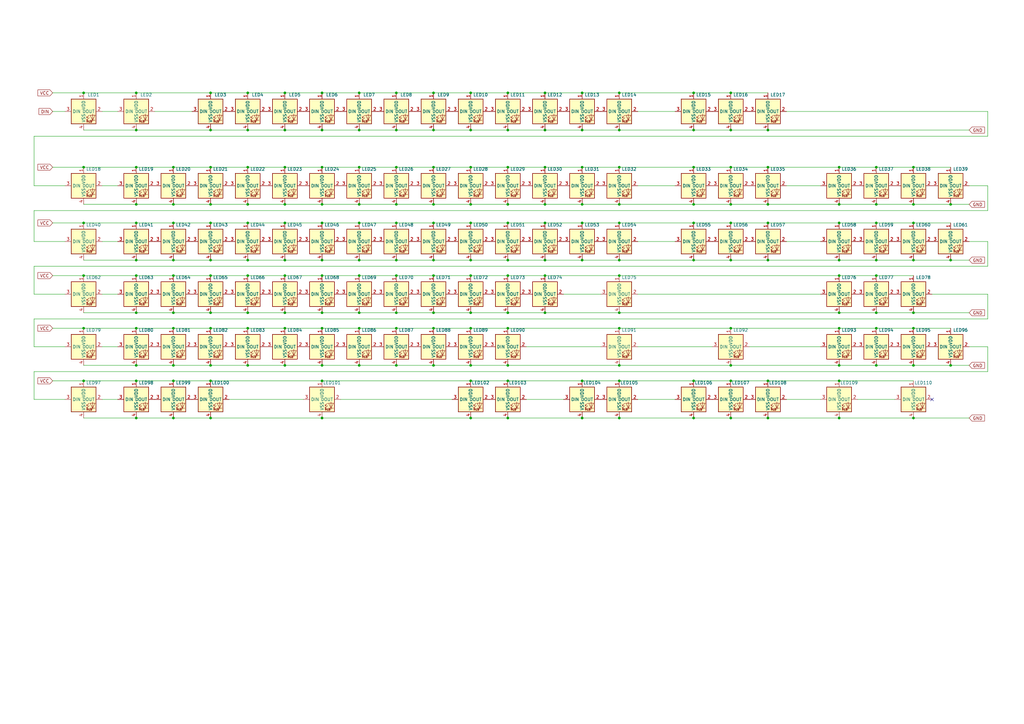
<source format=kicad_sch>
(kicad_sch (version 20231120) (generator "eeschema") (generator_version "8.0")
  (paper "A3")
  (junction (at 314.96 171.45))
  (junction (at 299.72 68.58))
  (junction (at 162.56 68.58))
  (junction (at 132.08 83.82))
  (junction (at 71.12 68.58))
  (junction (at 374.65 106.68))
  (junction (at 374.65 128.27))
  (junction (at 344.17 83.82))
  (junction (at 254 38.1))
  (junction (at 284.48 171.45))
  (junction (at 86.36 156.21))
  (junction (at 71.12 83.82))
  (junction (at 177.8 106.68))
  (junction (at 34.29 134.62))
  (junction (at 299.72 53.34))
  (junction (at 147.32 68.58))
  (junction (at 238.76 156.21))
  (junction (at 101.6 113.03))
  (junction (at 193.04 113.03))
  (junction (at 223.52 128.27))
  (junction (at 55.88 113.03))
  (junction (at 314.96 83.82))
  (junction (at 193.04 53.34))
  (junction (at 193.04 68.58))
  (junction (at 55.88 83.82))
  (junction (at 55.88 38.1))
  (junction (at 55.88 128.27))
  (junction (at 284.48 53.34))
  (junction (at 132.08 91.44))
  (junction (at 71.12 134.62))
  (junction (at 55.88 134.62))
  (junction (at 254 113.03))
  (junction (at 132.08 38.1))
  (junction (at 116.84 68.58))
  (junction (at 208.28 38.1))
  (junction (at 193.04 106.68))
  (junction (at 344.17 113.03))
  (junction (at 344.17 91.44))
  (junction (at 344.17 149.86))
  (junction (at 208.28 149.86))
  (junction (at 34.29 91.44))
  (junction (at 147.32 38.1))
  (junction (at 238.76 83.82))
  (junction (at 254 156.21))
  (junction (at 359.41 113.03))
  (junction (at 162.56 53.34))
  (junction (at 55.88 156.21))
  (junction (at 223.52 83.82))
  (junction (at 86.36 134.62))
  (junction (at 284.48 68.58))
  (junction (at 299.72 83.82))
  (junction (at 208.28 68.58))
  (junction (at 223.52 91.44))
  (junction (at 86.36 91.44))
  (junction (at 55.88 149.86))
  (junction (at 86.36 113.03))
  (junction (at 177.8 83.82))
  (junction (at 71.12 149.86))
  (junction (at 86.36 68.58))
  (junction (at 254 83.82))
  (junction (at 116.84 128.27))
  (junction (at 344.17 134.62))
  (junction (at 132.08 134.62))
  (junction (at 147.32 128.27))
  (junction (at 132.08 156.21))
  (junction (at 208.28 156.21))
  (junction (at 314.96 156.21))
  (junction (at 389.89 83.82))
  (junction (at 147.32 91.44))
  (junction (at 359.41 106.68))
  (junction (at 55.88 91.44))
  (junction (at 344.17 128.27))
  (junction (at 34.29 68.58))
  (junction (at 116.84 134.62))
  (junction (at 101.6 134.62))
  (junction (at 132.08 113.03))
  (junction (at 254 106.68))
  (junction (at 254 134.62))
  (junction (at 223.52 113.03))
  (junction (at 344.17 156.21))
  (junction (at 193.04 156.21))
  (junction (at 374.65 68.58))
  (junction (at 238.76 68.58))
  (junction (at 132.08 68.58))
  (junction (at 34.29 38.1))
  (junction (at 389.89 106.68))
  (junction (at 193.04 171.45))
  (junction (at 238.76 171.45))
  (junction (at 223.52 68.58))
  (junction (at 177.8 91.44))
  (junction (at 147.32 106.68))
  (junction (at 299.72 156.21))
  (junction (at 208.28 83.82))
  (junction (at 116.84 106.68))
  (junction (at 147.32 113.03))
  (junction (at 101.6 38.1))
  (junction (at 238.76 53.34))
  (junction (at 55.88 171.45))
  (junction (at 374.65 83.82))
  (junction (at 132.08 53.34))
  (junction (at 208.28 91.44))
  (junction (at 254 91.44))
  (junction (at 344.17 106.68))
  (junction (at 177.8 113.03))
  (junction (at 284.48 38.1))
  (junction (at 86.36 128.27))
  (junction (at 374.65 134.62))
  (junction (at 208.28 134.62))
  (junction (at 177.8 134.62))
  (junction (at 299.72 106.68))
  (junction (at 359.41 128.27))
  (junction (at 284.48 83.82))
  (junction (at 238.76 91.44))
  (junction (at 86.36 149.86))
  (junction (at 254 68.58))
  (junction (at 344.17 171.45))
  (junction (at 284.48 156.21))
  (junction (at 132.08 171.45))
  (junction (at 71.12 171.45))
  (junction (at 389.89 149.86))
  (junction (at 101.6 68.58))
  (junction (at 193.04 134.62))
  (junction (at 177.8 38.1))
  (junction (at 101.6 83.82))
  (junction (at 208.28 53.34))
  (junction (at 116.84 91.44))
  (junction (at 314.96 91.44))
  (junction (at 254 171.45))
  (junction (at 299.72 134.62))
  (junction (at 177.8 68.58))
  (junction (at 299.72 171.45))
  (junction (at 71.12 106.68))
  (junction (at 314.96 106.68))
  (junction (at 359.41 134.62))
  (junction (at 162.56 113.03))
  (junction (at 299.72 38.1))
  (junction (at 314.96 53.34))
  (junction (at 34.29 156.21))
  (junction (at 132.08 128.27))
  (junction (at 162.56 38.1))
  (junction (at 254 149.86))
  (junction (at 238.76 38.1))
  (junction (at 223.52 106.68))
  (junction (at 86.36 171.45))
  (junction (at 132.08 149.86))
  (junction (at 193.04 38.1))
  (junction (at 359.41 68.58))
  (junction (at 254 128.27))
  (junction (at 162.56 149.86))
  (junction (at 284.48 106.68))
  (junction (at 162.56 83.82))
  (junction (at 147.32 134.62))
  (junction (at 55.88 53.34))
  (junction (at 193.04 83.82))
  (junction (at 86.36 83.82))
  (junction (at 359.41 91.44))
  (junction (at 193.04 91.44))
  (junction (at 223.52 53.34))
  (junction (at 86.36 106.68))
  (junction (at 162.56 134.62))
  (junction (at 254 53.34))
  (junction (at 208.28 106.68))
  (junction (at 71.12 91.44))
  (junction (at 208.28 113.03))
  (junction (at 101.6 106.68))
  (junction (at 208.28 128.27))
  (junction (at 116.84 149.86))
  (junction (at 299.72 91.44))
  (junction (at 359.41 83.82))
  (junction (at 55.88 68.58))
  (junction (at 101.6 91.44))
  (junction (at 55.88 106.68))
  (junction (at 116.84 53.34))
  (junction (at 177.8 149.86))
  (junction (at 374.65 171.45))
  (junction (at 314.96 68.58))
  (junction (at 101.6 128.27))
  (junction (at 374.65 91.44))
  (junction (at 223.52 38.1))
  (junction (at 162.56 128.27))
  (junction (at 116.84 83.82))
  (junction (at 177.8 53.34))
  (junction (at 116.84 113.03))
  (junction (at 132.08 106.68))
  (junction (at 359.41 149.86))
  (junction (at 193.04 149.86))
  (junction (at 344.17 68.58))
  (junction (at 86.36 38.1))
  (junction (at 374.65 149.86))
  (junction (at 101.6 149.86))
  (junction (at 71.12 113.03))
  (junction (at 299.72 149.86))
  (junction (at 147.32 53.34))
  (junction (at 147.32 83.82))
  (junction (at 34.29 113.03))
  (junction (at 86.36 53.34))
  (junction (at 71.12 128.27))
  (junction (at 284.48 91.44))
  (junction (at 238.76 106.68))
  (junction (at 71.12 156.21))
  (junction (at 162.56 91.44))
  (junction (at 101.6 53.34))
  (junction (at 116.84 38.1))
  (junction (at 208.28 171.45))
  (junction (at 162.56 106.68))
  (junction (at 193.04 128.27))
  (junction (at 147.32 149.86))
  (junction (at 177.8 128.27))
  (no_connect (at 382.27 163.83))
  (wire (pts (xy 405.13 152.4) (xy 13.97 152.4)))
  (wire (pts (xy 132.08 149.86) (xy 147.32 149.86)))
  (wire (pts (xy 48.26 76.2) (xy 41.91 76.2)))
  (wire (pts (xy 86.36 134.62) (xy 101.6 134.62)))
  (wire (pts (xy 55.88 91.44) (xy 71.12 91.44)))
  (wire (pts (xy 34.29 106.68) (xy 55.88 106.68)))
  (wire (pts (xy 208.28 38.1) (xy 223.52 38.1)))
  (wire (pts (xy 147.32 83.82) (xy 162.56 83.82)))
  (wire (pts (xy 48.26 120.65) (xy 41.91 120.65)))
  (wire (pts (xy 215.9 163.83) (xy 231.14 163.83)))
  (wire (pts (xy 359.41 128.27) (xy 374.65 128.27)))
  (wire (pts (xy 254 113.03) (xy 344.17 113.03)))
  (wire (pts (xy 147.32 149.86) (xy 162.56 149.86)))
  (wire (pts (xy 238.76 156.21) (xy 254 156.21)))
  (wire (pts (xy 101.6 128.27) (xy 116.84 128.27)))
  (wire (pts (xy 124.46 163.83) (xy 93.98 163.83)))
  (wire (pts (xy 101.6 53.34) (xy 116.84 53.34)))
  (wire (pts (xy 177.8 68.58) (xy 193.04 68.58)))
  (wire (pts (xy 193.04 106.68) (xy 208.28 106.68)))
  (wire (pts (xy 193.04 156.21) (xy 208.28 156.21)))
  (wire (pts (xy 299.72 134.62) (xy 344.17 134.62)))
  (wire (pts (xy 116.84 106.68) (xy 132.08 106.68)))
  (wire (pts (xy 13.97 120.65) (xy 26.67 120.65)))
  (wire (pts (xy 34.29 113.03) (xy 55.88 113.03)))
  (wire (pts (xy 405.13 130.81) (xy 13.97 130.81)))
  (wire (pts (xy 193.04 68.58) (xy 208.28 68.58)))
  (wire (pts (xy 223.52 38.1) (xy 238.76 38.1)))
  (wire (pts (xy 21.59 113.03) (xy 34.29 113.03)))
  (wire (pts (xy 86.36 113.03) (xy 101.6 113.03)))
  (wire (pts (xy 238.76 68.58) (xy 254 68.58)))
  (wire (pts (xy 55.88 134.62) (xy 71.12 134.62)))
  (wire (pts (xy 48.26 163.83) (xy 41.91 163.83)))
  (wire (pts (xy 177.8 113.03) (xy 193.04 113.03)))
  (wire (pts (xy 193.04 38.1) (xy 208.28 38.1)))
  (wire (pts (xy 147.32 134.62) (xy 162.56 134.62)))
  (wire (pts (xy 299.72 53.34) (xy 314.96 53.34)))
  (wire (pts (xy 254 38.1) (xy 284.48 38.1)))
  (wire (pts (xy 351.79 163.83) (xy 367.03 163.83)))
  (wire (pts (xy 55.88 68.58) (xy 71.12 68.58)))
  (wire (pts (xy 193.04 149.86) (xy 208.28 149.86)))
  (wire (pts (xy 344.17 128.27) (xy 359.41 128.27)))
  (wire (pts (xy 48.26 45.72) (xy 41.91 45.72)))
  (wire (pts (xy 299.72 38.1) (xy 314.96 38.1)))
  (wire (pts (xy 223.52 53.34) (xy 238.76 53.34)))
  (wire (pts (xy 21.59 134.62) (xy 34.29 134.62)))
  (wire (pts (xy 238.76 171.45) (xy 254 171.45)))
  (wire (pts (xy 208.28 128.27) (xy 223.52 128.27)))
  (wire (pts (xy 284.48 83.82) (xy 299.72 83.82)))
  (wire (pts (xy 34.29 171.45) (xy 55.88 171.45)))
  (wire (pts (xy 132.08 113.03) (xy 147.32 113.03)))
  (wire (pts (xy 254 83.82) (xy 284.48 83.82)))
  (wire (pts (xy 254 106.68) (xy 284.48 106.68)))
  (wire (pts (xy 71.12 68.58) (xy 86.36 68.58)))
  (wire (pts (xy 147.32 113.03) (xy 162.56 113.03)))
  (wire (pts (xy 177.8 149.86) (xy 193.04 149.86)))
  (wire (pts (xy 177.8 83.82) (xy 193.04 83.82)))
  (wire (pts (xy 344.17 106.68) (xy 359.41 106.68)))
  (wire (pts (xy 147.32 128.27) (xy 162.56 128.27)))
  (wire (pts (xy 162.56 128.27) (xy 177.8 128.27)))
  (wire (pts (xy 71.12 134.62) (xy 86.36 134.62)))
  (wire (pts (xy 101.6 134.62) (xy 116.84 134.62)))
  (wire (pts (xy 71.12 149.86) (xy 86.36 149.86)))
  (wire (pts (xy 314.96 106.68) (xy 344.17 106.68)))
  (wire (pts (xy 359.41 91.44) (xy 374.65 91.44)))
  (wire (pts (xy 147.32 53.34) (xy 162.56 53.34)))
  (wire (pts (xy 116.84 113.03) (xy 132.08 113.03)))
  (wire (pts (xy 336.55 120.65) (xy 261.62 120.65)))
  (wire (pts (xy 374.65 91.44) (xy 389.89 91.44)))
  (wire (pts (xy 101.6 113.03) (xy 116.84 113.03)))
  (wire (pts (xy 299.72 68.58) (xy 314.96 68.58)))
  (wire (pts (xy 34.29 149.86) (xy 55.88 149.86)))
  (wire (pts (xy 34.29 134.62) (xy 55.88 134.62)))
  (wire (pts (xy 336.55 76.2) (xy 322.58 76.2)))
  (wire (pts (xy 344.17 91.44) (xy 359.41 91.44)))
  (wire (pts (xy 359.41 113.03) (xy 374.65 113.03)))
  (wire (pts (xy 389.89 149.86) (xy 397.51 149.86)))
  (wire (pts (xy 101.6 149.86) (xy 116.84 149.86)))
  (wire (pts (xy 284.48 91.44) (xy 299.72 91.44)))
  (wire (pts (xy 71.12 156.21) (xy 86.36 156.21)))
  (wire (pts (xy 71.12 171.45) (xy 86.36 171.45)))
  (wire (pts (xy 21.59 156.21) (xy 34.29 156.21)))
  (wire (pts (xy 359.41 83.82) (xy 374.65 83.82)))
  (wire (pts (xy 86.36 149.86) (xy 101.6 149.86)))
  (wire (pts (xy 344.17 68.58) (xy 359.41 68.58)))
  (wire (pts (xy 314.96 68.58) (xy 344.17 68.58)))
  (wire (pts (xy 193.04 53.34) (xy 208.28 53.34)))
  (wire (pts (xy 254 134.62) (xy 299.72 134.62)))
  (wire (pts (xy 132.08 156.21) (xy 193.04 156.21)))
  (wire (pts (xy 162.56 113.03) (xy 177.8 113.03)))
  (wire (pts (xy 208.28 91.44) (xy 223.52 91.44)))
  (wire (pts (xy 389.89 106.68) (xy 397.51 106.68)))
  (wire (pts (xy 299.72 91.44) (xy 314.96 91.44)))
  (wire (pts (xy 71.12 128.27) (xy 86.36 128.27)))
  (wire (pts (xy 314.96 83.82) (xy 344.17 83.82)))
  (wire (pts (xy 322.58 45.72) (xy 405.13 45.72)))
  (wire (pts (xy 284.48 171.45) (xy 299.72 171.45)))
  (wire (pts (xy 223.52 83.82) (xy 238.76 83.82)))
  (wire (pts (xy 223.52 113.03) (xy 254 113.03)))
  (wire (pts (xy 55.88 106.68) (xy 71.12 106.68)))
  (wire (pts (xy 86.36 38.1) (xy 101.6 38.1)))
  (wire (pts (xy 162.56 134.62) (xy 177.8 134.62)))
  (wire (pts (xy 276.86 76.2) (xy 261.62 76.2)))
  (wire (pts (xy 405.13 142.24) (xy 405.13 152.4)))
  (wire (pts (xy 374.65 134.62) (xy 389.89 134.62)))
  (wire (pts (xy 193.04 113.03) (xy 208.28 113.03)))
  (wire (pts (xy 254 171.45) (xy 284.48 171.45)))
  (wire (pts (xy 261.62 142.24) (xy 292.1 142.24)))
  (wire (pts (xy 177.8 38.1) (xy 193.04 38.1)))
  (wire (pts (xy 21.59 38.1) (xy 34.29 38.1)))
  (wire (pts (xy 177.8 128.27) (xy 193.04 128.27)))
  (wire (pts (xy 193.04 128.27) (xy 208.28 128.27)))
  (wire (pts (xy 374.65 68.58) (xy 389.89 68.58)))
  (wire (pts (xy 405.13 55.88) (xy 13.97 55.88)))
  (wire (pts (xy 246.38 142.24) (xy 215.9 142.24)))
  (wire (pts (xy 101.6 83.82) (xy 116.84 83.82)))
  (wire (pts (xy 344.17 156.21) (xy 374.65 156.21)))
  (wire (pts (xy 374.65 171.45) (xy 397.51 171.45)))
  (wire (pts (xy 101.6 68.58) (xy 116.84 68.58)))
  (wire (pts (xy 55.88 156.21) (xy 71.12 156.21)))
  (wire (pts (xy 254 53.34) (xy 284.48 53.34)))
  (wire (pts (xy 86.36 83.82) (xy 101.6 83.82)))
  (wire (pts (xy 405.13 120.65) (xy 405.13 130.81)))
  (wire (pts (xy 132.08 106.68) (xy 147.32 106.68)))
  (wire (pts (xy 48.26 142.24) (xy 41.91 142.24)))
  (wire (pts (xy 208.28 106.68) (xy 223.52 106.68)))
  (wire (pts (xy 162.56 106.68) (xy 177.8 106.68)))
  (wire (pts (xy 314.96 53.34) (xy 397.51 53.34)))
  (wire (pts (xy 132.08 128.27) (xy 147.32 128.27)))
  (wire (pts (xy 397.51 76.2) (xy 405.13 76.2)))
  (wire (pts (xy 132.08 53.34) (xy 147.32 53.34)))
  (wire (pts (xy 162.56 68.58) (xy 177.8 68.58)))
  (wire (pts (xy 336.55 163.83) (xy 322.58 163.83)))
  (wire (pts (xy 208.28 149.86) (xy 254 149.86)))
  (wire (pts (xy 223.52 128.27) (xy 254 128.27)))
  (wire (pts (xy 162.56 149.86) (xy 177.8 149.86)))
  (wire (pts (xy 359.41 68.58) (xy 374.65 68.58)))
  (wire (pts (xy 101.6 91.44) (xy 116.84 91.44)))
  (wire (pts (xy 238.76 91.44) (xy 254 91.44)))
  (wire (pts (xy 223.52 68.58) (xy 238.76 68.58)))
  (wire (pts (xy 55.88 149.86) (xy 71.12 149.86)))
  (wire (pts (xy 299.72 106.68) (xy 314.96 106.68)))
  (wire (pts (xy 336.55 142.24) (xy 307.34 142.24)))
  (wire (pts (xy 359.41 149.86) (xy 374.65 149.86)))
  (wire (pts (xy 116.84 91.44) (xy 132.08 91.44)))
  (wire (pts (xy 147.32 91.44) (xy 162.56 91.44)))
  (wire (pts (xy 223.52 106.68) (xy 238.76 106.68)))
  (wire (pts (xy 389.89 83.82) (xy 397.51 83.82)))
  (wire (pts (xy 193.04 83.82) (xy 208.28 83.82)))
  (wire (pts (xy 71.12 106.68) (xy 86.36 106.68)))
  (wire (pts (xy 374.65 106.68) (xy 389.89 106.68)))
  (wire (pts (xy 139.7 163.83) (xy 185.42 163.83)))
  (wire (pts (xy 246.38 120.65) (xy 231.14 120.65)))
  (wire (pts (xy 238.76 38.1) (xy 254 38.1)))
  (wire (pts (xy 34.29 83.82) (xy 55.88 83.82)))
  (wire (pts (xy 55.88 53.34) (xy 86.36 53.34)))
  (wire (pts (xy 284.48 38.1) (xy 299.72 38.1)))
  (wire (pts (xy 86.36 156.21) (xy 132.08 156.21)))
  (wire (pts (xy 55.88 38.1) (xy 86.36 38.1)))
  (wire (pts (xy 344.17 113.03) (xy 359.41 113.03)))
  (wire (pts (xy 276.86 99.06) (xy 261.62 99.06)))
  (wire (pts (xy 405.13 109.22) (xy 13.97 109.22)))
  (wire (pts (xy 34.29 53.34) (xy 55.88 53.34)))
  (wire (pts (xy 238.76 106.68) (xy 254 106.68)))
  (wire (pts (xy 86.36 68.58) (xy 101.6 68.58)))
  (wire (pts (xy 314.96 171.45) (xy 344.17 171.45)))
  (wire (pts (xy 13.97 142.24) (xy 26.67 142.24)))
  (wire (pts (xy 254 91.44) (xy 284.48 91.44)))
  (wire (pts (xy 48.26 99.06) (xy 41.91 99.06)))
  (wire (pts (xy 21.59 68.58) (xy 34.29 68.58)))
  (wire (pts (xy 162.56 91.44) (xy 177.8 91.44)))
  (wire (pts (xy 86.36 53.34) (xy 101.6 53.34)))
  (wire (pts (xy 147.32 106.68) (xy 162.56 106.68)))
  (wire (pts (xy 13.97 86.36) (xy 13.97 99.06)))
  (wire (pts (xy 276.86 45.72) (xy 261.62 45.72)))
  (wire (pts (xy 86.36 128.27) (xy 101.6 128.27)))
  (wire (pts (xy 284.48 53.34) (xy 299.72 53.34)))
  (wire (pts (xy 116.84 53.34) (xy 132.08 53.34)))
  (wire (pts (xy 193.04 134.62) (xy 208.28 134.62)))
  (wire (pts (xy 284.48 106.68) (xy 299.72 106.68)))
  (wire (pts (xy 397.51 99.06) (xy 405.13 99.06)))
  (wire (pts (xy 314.96 91.44) (xy 344.17 91.44)))
  (wire (pts (xy 78.74 45.72) (xy 63.5 45.72)))
  (wire (pts (xy 254 68.58) (xy 284.48 68.58)))
  (wire (pts (xy 208.28 134.62) (xy 254 134.62)))
  (wire (pts (xy 254 156.21) (xy 284.48 156.21)))
  (wire (pts (xy 177.8 53.34) (xy 193.04 53.34)))
  (wire (pts (xy 193.04 171.45) (xy 208.28 171.45)))
  (wire (pts (xy 86.36 171.45) (xy 132.08 171.45)))
  (wire (pts (xy 34.29 156.21) (xy 55.88 156.21)))
  (wire (pts (xy 86.36 106.68) (xy 101.6 106.68)))
  (wire (pts (xy 132.08 171.45) (xy 193.04 171.45)))
  (wire (pts (xy 177.8 106.68) (xy 193.04 106.68)))
  (wire (pts (xy 299.72 156.21) (xy 314.96 156.21)))
  (wire (pts (xy 177.8 134.62) (xy 193.04 134.62)))
  (wire (pts (xy 34.29 38.1) (xy 55.88 38.1)))
  (wire (pts (xy 374.65 83.82) (xy 389.89 83.82)))
  (wire (pts (xy 101.6 106.68) (xy 116.84 106.68)))
  (wire (pts (xy 162.56 53.34) (xy 177.8 53.34)))
  (wire (pts (xy 71.12 113.03) (xy 86.36 113.03)))
  (wire (pts (xy 314.96 156.21) (xy 344.17 156.21)))
  (wire (pts (xy 101.6 38.1) (xy 116.84 38.1)))
  (wire (pts (xy 374.65 149.86) (xy 389.89 149.86)))
  (wire (pts (xy 405.13 86.36) (xy 13.97 86.36)))
  (wire (pts (xy 299.72 149.86) (xy 344.17 149.86)))
  (wire (pts (xy 208.28 113.03) (xy 223.52 113.03)))
  (wire (pts (xy 208.28 156.21) (xy 238.76 156.21)))
  (wire (pts (xy 116.84 128.27) (xy 132.08 128.27)))
  (wire (pts (xy 116.84 149.86) (xy 132.08 149.86)))
  (wire (pts (xy 132.08 91.44) (xy 147.32 91.44)))
  (wire (pts (xy 177.8 91.44) (xy 193.04 91.44)))
  (wire (pts (xy 13.97 76.2) (xy 26.67 76.2)))
  (wire (pts (xy 254 128.27) (xy 344.17 128.27)))
  (wire (pts (xy 132.08 68.58) (xy 147.32 68.58)))
  (wire (pts (xy 344.17 171.45) (xy 374.65 171.45)))
  (wire (pts (xy 71.12 83.82) (xy 86.36 83.82)))
  (wire (pts (xy 13.97 152.4) (xy 13.97 163.83)))
  (wire (pts (xy 405.13 99.06) (xy 405.13 109.22)))
  (wire (pts (xy 86.36 91.44) (xy 101.6 91.44)))
  (wire (pts (xy 208.28 53.34) (xy 223.52 53.34)))
  (wire (pts (xy 13.97 55.88) (xy 13.97 76.2)))
  (wire (pts (xy 34.29 128.27) (xy 55.88 128.27)))
  (wire (pts (xy 147.32 38.1) (xy 162.56 38.1)))
  (wire (pts (xy 13.97 109.22) (xy 13.97 120.65)))
  (wire (pts (xy 359.41 106.68) (xy 374.65 106.68)))
  (wire (pts (xy 405.13 76.2) (xy 405.13 86.36)))
  (wire (pts (xy 13.97 130.81) (xy 13.97 142.24)))
  (wire (pts (xy 55.88 128.27) (xy 71.12 128.27)))
  (wire (pts (xy 284.48 156.21) (xy 299.72 156.21)))
  (wire (pts (xy 162.56 38.1) (xy 177.8 38.1)))
  (wire (pts (xy 208.28 171.45) (xy 238.76 171.45)))
  (wire (pts (xy 147.32 68.58) (xy 162.56 68.58)))
  (wire (pts (xy 284.48 68.58) (xy 299.72 68.58)))
  (wire (pts (xy 223.52 91.44) (xy 238.76 91.44)))
  (wire (pts (xy 261.62 163.83) (xy 276.86 163.83)))
  (wire (pts (xy 397.51 142.24) (xy 405.13 142.24)))
  (wire (pts (xy 193.04 91.44) (xy 208.28 91.44)))
  (wire (pts (xy 55.88 171.45) (xy 71.12 171.45)))
  (wire (pts (xy 344.17 83.82) (xy 359.41 83.82)))
  (wire (pts (xy 132.08 38.1) (xy 147.32 38.1)))
  (wire (pts (xy 34.29 68.58) (xy 55.88 68.58)))
  (wire (pts (xy 34.29 91.44) (xy 55.88 91.44)))
  (wire (pts (xy 299.72 83.82) (xy 314.96 83.82)))
  (wire (pts (xy 405.13 45.72) (xy 405.13 55.88)))
  (wire (pts (xy 208.28 68.58) (xy 223.52 68.58)))
  (wire (pts (xy 162.56 83.82) (xy 177.8 83.82)))
  (wire (pts (xy 238.76 53.34) (xy 254 53.34)))
  (wire (pts (xy 336.55 99.06) (xy 322.58 99.06)))
  (wire (pts (xy 254 149.86) (xy 299.72 149.86)))
  (wire (pts (xy 116.84 38.1) (xy 132.08 38.1)))
  (wire (pts (xy 55.88 113.03) (xy 71.12 113.03)))
  (wire (pts (xy 116.84 83.82) (xy 132.08 83.82)))
  (wire (pts (xy 13.97 99.06) (xy 26.67 99.06)))
  (wire (pts (xy 299.72 171.45) (xy 314.96 171.45)))
  (wire (pts (xy 344.17 149.86) (xy 359.41 149.86)))
  (wire (pts (xy 55.88 83.82) (xy 71.12 83.82)))
  (wire (pts (xy 382.27 120.65) (xy 405.13 120.65)))
  (wire (pts (xy 116.84 134.62) (xy 132.08 134.62)))
  (wire (pts (xy 21.59 45.72) (xy 26.67 45.72)))
  (wire (pts (xy 13.97 163.83) (xy 26.67 163.83)))
  (wire (pts (xy 116.84 68.58) (xy 132.08 68.58)))
  (wire (pts (xy 374.65 128.27) (xy 397.51 128.27)))
  (wire (pts (xy 238.76 83.82) (xy 254 83.82)))
  (wire (pts (xy 208.28 83.82) (xy 223.52 83.82)))
  (wire (pts (xy 132.08 83.82) (xy 147.32 83.82)))
  (wire (pts (xy 359.41 134.62) (xy 374.65 134.62)))
  (wire (pts (xy 132.08 134.62) (xy 147.32 134.62)))
  (wire (pts (xy 21.59 91.44) (xy 34.29 91.44)))
  (wire (pts (xy 344.17 134.62) (xy 359.41 134.62)))
  (wire (pts (xy 71.12 91.44) (xy 86.36 91.44)))
  (global_label "VCC" (shape input) (at 21.59 38.1 180) (property "Intersheetrefs" "${INTERSHEET_REFS}" (effects (hide yes))))
  (global_label "GND" (shape input) (at 397.51 106.68 0) (property "Intersheetrefs" "${INTERSHEET_REFS}" (effects (hide yes))))
  (global_label "GND" (shape input) (at 397.51 149.86 0) (property "Intersheetrefs" "${INTERSHEET_REFS}" (effects (hide yes))))
  (global_label "GND" (shape input) (at 397.51 83.82 0) (property "Intersheetrefs" "${INTERSHEET_REFS}" (effects (hide yes))))
  (global_label "VCC" (shape input) (at 21.59 156.21 180) (property "Intersheetrefs" "${INTERSHEET_REFS}" (effects (hide yes))))
  (global_label "VCC" (shape input) (at 21.59 68.58 180) (property "Intersheetrefs" "${INTERSHEET_REFS}" (effects (hide yes))))
  (global_label "VCC" (shape input) (at 21.59 113.03 180) (property "Intersheetrefs" "${INTERSHEET_REFS}" (effects (hide yes))))
  (global_label "DIN" (shape input) (at 21.59 45.72 180) (property "Intersheetrefs" "${INTERSHEET_REFS}" (effects (hide yes))))
  (global_label "GND" (shape input) (at 397.51 171.45 0) (property "Intersheetrefs" "${INTERSHEET_REFS}" (effects (hide yes))))
  (global_label "GND" (shape input) (at 397.51 128.27 0) (property "Intersheetrefs" "${INTERSHEET_REFS}" (effects (hide yes))))
  (global_label "VCC" (shape input) (at 21.59 134.62 180) (property "Intersheetrefs" "${INTERSHEET_REFS}" (effects (hide yes))))
  (global_label "VCC" (shape input) (at 21.59 91.44 180) (property "Intersheetrefs" "${INTERSHEET_REFS}" (effects (hide yes))))
  (global_label "GND" (shape input) (at 397.51 53.34 0) (property "Intersheetrefs" "${INTERSHEET_REFS}" (effects (hide yes))))
  (symbol (lib_id "PCM_marbastlib-mx:MX_SK6812MINI-E") (at 314.96 45.72 0) (unit 1)
    (property "Reference" "LED17" (at 319.024 38.862 0))
    (property "Value" "MX_SK6812MINI-E" (effects (hide yes)))
    (property "Footprint" "PCM_marbastlib-mx:LED_MX_6028R" (effects (hide yes)))
    (property "Description" "Reverse mount adressable LED (WS2812 protocol)" (effects (hide yes)))
  )
  (symbol (lib_id "PCM_marbastlib-mx:MX_SK6812MINI-E") (at 254 99.06 0) (unit 1)
    (property "Reference" "LED54" (at 258.064 92.202 0))
    (property "Value" "MX_SK6812MINI-E" (effects (hide yes)))
    (property "Footprint" "PCM_marbastlib-mx:LED_MX_6028R" (effects (hide yes)))
    (property "Description" "Reverse mount adressable LED (WS2812 protocol)" (effects (hide yes)))
  )
  (symbol (lib_id "PCM_marbastlib-mx:MX_SK6812MINI-E") (at 71.12 163.83 0) (unit 1)
    (property "Reference" "LED99" (at 75.184 156.972 0))
    (property "Value" "MX_SK6812MINI-E" (effects (hide yes)))
    (property "Footprint" "PCM_marbastlib-mx:LED_MX_6028R" (effects (hide yes)))
    (property "Description" "Reverse mount adressable LED (WS2812 protocol)" (effects (hide yes)))
  )
  (symbol (lib_id "PCM_marbastlib-mx:MX_SK6812MINI-E") (at 359.41 142.24 0) (unit 1)
    (property "Reference" "LED94" (at 363.474 135.382 0))
    (property "Value" "MX_SK6812MINI-E" (effects (hide yes)))
    (property "Footprint" "PCM_marbastlib-mx:LED_MX_6028R" (effects (hide yes)))
    (property "Description" "Reverse mount adressable LED (WS2812 protocol)" (effects (hide yes)))
  )
  (symbol (lib_id "PCM_marbastlib-mx:MX_SK6812MINI-E") (at 71.12 142.24 0) (unit 1)
    (property "Reference" "LED81" (at 75.184 135.382 0))
    (property "Value" "MX_SK6812MINI-E" (effects (hide yes)))
    (property "Footprint" "PCM_marbastlib-mx:LED_MX_6028R" (effects (hide yes)))
    (property "Description" "Reverse mount adressable LED (WS2812 protocol)" (effects (hide yes)))
  )
  (symbol (lib_id "PCM_marbastlib-mx:MX_SK6812MINI-E") (at 177.8 45.72 0) (unit 1)
    (property "Reference" "LED9" (at 181.864 38.862 0))
    (property "Value" "MX_SK6812MINI-E" (effects (hide yes)))
    (property "Footprint" "PCM_marbastlib-mx:LED_MX_6028R" (effects (hide yes)))
    (property "Description" "Reverse mount adressable LED (WS2812 protocol)" (effects (hide yes)))
  )
  (symbol (lib_id "PCM_marbastlib-mx:MX_SK6812MINI-E") (at 314.96 99.06 0) (unit 1)
    (property "Reference" "LED57" (at 319.024 92.202 0))
    (property "Value" "MX_SK6812MINI-E" (effects (hide yes)))
    (property "Footprint" "PCM_marbastlib-mx:LED_MX_6028R" (effects (hide yes)))
    (property "Description" "Reverse mount adressable LED (WS2812 protocol)" (effects (hide yes)))
  )
  (symbol (lib_id "PCM_marbastlib-mx:MX_SK6812MINI-E") (at 208.28 120.65 0) (unit 1)
    (property "Reference" "LED73" (at 212.344 113.792 0))
    (property "Value" "MX_SK6812MINI-E" (effects (hide yes)))
    (property "Footprint" "PCM_marbastlib-mx:LED_MX_6028R" (effects (hide yes)))
    (property "Description" "Reverse mount adressable LED (WS2812 protocol)" (effects (hide yes)))
  )
  (symbol (lib_id "PCM_marbastlib-mx:MX_SK6812MINI-E") (at 147.32 45.72 0) (unit 1)
    (property "Reference" "LED7" (at 151.384 38.862 0))
    (property "Value" "MX_SK6812MINI-E" (effects (hide yes)))
    (property "Footprint" "PCM_marbastlib-mx:LED_MX_6028R" (effects (hide yes)))
    (property "Description" "Reverse mount adressable LED (WS2812 protocol)" (effects (hide yes)))
  )
  (symbol (lib_id "PCM_marbastlib-mx:MX_SK6812MINI-E") (at 55.88 142.24 0) (unit 1)
    (property "Reference" "LED80" (at 59.944 135.382 0))
    (property "Value" "MX_SK6812MINI-E" (effects (hide yes)))
    (property "Footprint" "PCM_marbastlib-mx:LED_MX_6028R" (effects (hide yes)))
    (property "Description" "Reverse mount adressable LED (WS2812 protocol)" (effects (hide yes)))
  )
  (symbol (lib_id "PCM_marbastlib-mx:MX_SK6812MINI-E") (at 344.17 163.83 0) (unit 1)
    (property "Reference" "LED109" (at 348.234 156.972 0))
    (property "Value" "MX_SK6812MINI-E" (effects (hide yes)))
    (property "Footprint" "PCM_marbastlib-mx:LED_MX_6028R" (effects (hide yes)))
    (property "Description" "Reverse mount adressable LED (WS2812 protocol)" (effects (hide yes)))
  )
  (symbol (lib_id "PCM_marbastlib-mx:MX_SK6812MINI-E") (at 177.8 99.06 0) (unit 1)
    (property "Reference" "LED49" (at 181.864 92.202 0))
    (property "Value" "MX_SK6812MINI-E" (effects (hide yes)))
    (property "Footprint" "PCM_marbastlib-mx:LED_MX_6028R" (effects (hide yes)))
    (property "Description" "Reverse mount adressable LED (WS2812 protocol)" (effects (hide yes)))
  )
  (symbol (lib_id "PCM_marbastlib-mx:MX_SK6812MINI-E") (at 254 76.2 0) (unit 1)
    (property "Reference" "LED32" (at 258.064 69.342 0))
    (property "Value" "MX_SK6812MINI-E" (effects (hide yes)))
    (property "Footprint" "PCM_marbastlib-mx:LED_MX_6028R" (effects (hide yes)))
    (property "Description" "Reverse mount adressable LED (WS2812 protocol)" (effects (hide yes)))
  )
  (symbol (lib_id "PCM_marbastlib-mx:MX_SK6812MINI-E") (at 177.8 142.24 0) (unit 1)
    (property "Reference" "LED88" (at 181.864 135.382 0))
    (property "Value" "MX_SK6812MINI-E" (effects (hide yes)))
    (property "Footprint" "PCM_marbastlib-mx:LED_MX_6028R" (effects (hide yes)))
    (property "Description" "Reverse mount adressable LED (WS2812 protocol)" (effects (hide yes)))
  )
  (symbol (lib_id "PCM_marbastlib-mx:MX_SK6812MINI-E") (at 71.12 99.06 0) (unit 1)
    (property "Reference" "LED42" (at 75.184 92.202 0))
    (property "Value" "MX_SK6812MINI-E" (effects (hide yes)))
    (property "Footprint" "PCM_marbastlib-mx:LED_MX_6028R" (effects (hide yes)))
    (property "Description" "Reverse mount adressable LED (WS2812 protocol)" (effects (hide yes)))
  )
  (symbol (lib_id "PCM_marbastlib-mx:MX_SK6812MINI-E") (at 238.76 99.06 0) (unit 1)
    (property "Reference" "LED53" (at 242.824 92.202 0))
    (property "Value" "MX_SK6812MINI-E" (effects (hide yes)))
    (property "Footprint" "PCM_marbastlib-mx:LED_MX_6028R" (effects (hide yes)))
    (property "Description" "Reverse mount adressable LED (WS2812 protocol)" (effects (hide yes)))
  )
  (symbol (lib_id "PCM_marbastlib-mx:MX_SK6812MINI-E") (at 101.6 99.06 0) (unit 1)
    (property "Reference" "LED44" (at 105.664 92.202 0))
    (property "Value" "MX_SK6812MINI-E" (effects (hide yes)))
    (property "Footprint" "PCM_marbastlib-mx:LED_MX_6028R" (effects (hide yes)))
    (property "Description" "Reverse mount adressable LED (WS2812 protocol)" (effects (hide yes)))
  )
  (symbol (lib_id "PCM_marbastlib-mx:MX_SK6812MINI-E") (at 132.08 45.72 0) (unit 1)
    (property "Reference" "LED6" (at 136.144 38.862 0))
    (property "Value" "MX_SK6812MINI-E" (effects (hide yes)))
    (property "Footprint" "PCM_marbastlib-mx:LED_MX_6028R" (effects (hide yes)))
    (property "Description" "Reverse mount adressable LED (WS2812 protocol)" (effects (hide yes)))
  )
  (symbol (lib_id "PCM_marbastlib-mx:MX_SK6812MINI-E") (at 86.36 163.83 0) (unit 1)
    (property "Reference" "LED100" (at 90.424 156.972 0))
    (property "Value" "MX_SK6812MINI-E" (effects (hide yes)))
    (property "Footprint" "PCM_marbastlib-mx:LED_MX_6028R" (effects (hide yes)))
    (property "Description" "Reverse mount adressable LED (WS2812 protocol)" (effects (hide yes)))
  )
  (symbol (lib_id "PCM_marbastlib-mx:MX_SK6812MINI-E") (at 55.88 99.06 0) (unit 1)
    (property "Reference" "LED41" (at 59.944 92.202 0))
    (property "Value" "MX_SK6812MINI-E" (effects (hide yes)))
    (property "Footprint" "PCM_marbastlib-mx:LED_MX_6028R" (effects (hide yes)))
    (property "Description" "Reverse mount adressable LED (WS2812 protocol)" (effects (hide yes)))
  )
  (symbol (lib_id "PCM_marbastlib-mx:MX_SK6812MINI-E") (at 86.36 142.24 0) (unit 1)
    (property "Reference" "LED82" (at 90.424 135.382 0))
    (property "Value" "MX_SK6812MINI-E" (effects (hide yes)))
    (property "Footprint" "PCM_marbastlib-mx:LED_MX_6028R" (effects (hide yes)))
    (property "Description" "Reverse mount adressable LED (WS2812 protocol)" (effects (hide yes)))
  )
  (symbol (lib_id "PCM_marbastlib-mx:MX_SK6812MINI-E") (at 71.12 120.65 0) (unit 1)
    (property "Reference" "LED64" (at 75.184 113.792 0))
    (property "Value" "MX_SK6812MINI-E" (effects (hide yes)))
    (property "Footprint" "PCM_marbastlib-mx:LED_MX_6028R" (effects (hide yes)))
    (property "Description" "Reverse mount adressable LED (WS2812 protocol)" (effects (hide yes)))
  )
  (symbol (lib_id "PCM_marbastlib-mx:MX_SK6812MINI-E") (at 132.08 120.65 0) (unit 1)
    (property "Reference" "LED68" (at 136.144 113.792 0))
    (property "Value" "MX_SK6812MINI-E" (effects (hide yes)))
    (property "Footprint" "PCM_marbastlib-mx:LED_MX_6028R" (effects (hide yes)))
    (property "Description" "Reverse mount adressable LED (WS2812 protocol)" (effects (hide yes)))
  )
  (symbol (lib_id "PCM_marbastlib-mx:MX_SK6812MINI-E") (at 55.88 163.83 0) (unit 1)
    (property "Reference" "LED98" (at 59.944 156.972 0))
    (property "Value" "MX_SK6812MINI-E" (effects (hide yes)))
    (property "Footprint" "PCM_marbastlib-mx:LED_MX_6028R" (effects (hide yes)))
    (property "Description" "Reverse mount adressable LED (WS2812 protocol)" (effects (hide yes)))
  )
  (symbol (lib_id "PCM_marbastlib-mx:MX_SK6812MINI-E") (at 116.84 76.2 0) (unit 1)
    (property "Reference" "LED23" (at 120.904 69.342 0))
    (property "Value" "MX_SK6812MINI-E" (effects (hide yes)))
    (property "Footprint" "PCM_marbastlib-mx:LED_MX_6028R" (effects (hide yes)))
    (property "Description" "Reverse mount adressable LED (WS2812 protocol)" (effects (hide yes)))
  )
  (symbol (lib_id "PCM_marbastlib-mx:MX_SK6812MINI-E") (at 116.84 120.65 0) (unit 1)
    (property "Reference" "LED67" (at 120.904 113.792 0))
    (property "Value" "MX_SK6812MINI-E" (effects (hide yes)))
    (property "Footprint" "PCM_marbastlib-mx:LED_MX_6028R" (effects (hide yes)))
    (property "Description" "Reverse mount adressable LED (WS2812 protocol)" (effects (hide yes)))
  )
  (symbol (lib_id "PCM_marbastlib-mx:MX_SK6812MINI-E") (at 193.04 142.24 0) (unit 1)
    (property "Reference" "LED89" (at 197.104 135.382 0))
    (property "Value" "MX_SK6812MINI-E" (effects (hide yes)))
    (property "Footprint" "PCM_marbastlib-mx:LED_MX_6028R" (effects (hide yes)))
    (property "Description" "Reverse mount adressable LED (WS2812 protocol)" (effects (hide yes)))
  )
  (symbol (lib_id "PCM_marbastlib-mx:MX_SK6812MINI-E") (at 55.88 76.2 0) (unit 1)
    (property "Reference" "LED19" (at 59.944 69.342 0))
    (property "Value" "MX_SK6812MINI-E" (effects (hide yes)))
    (property "Footprint" "PCM_marbastlib-mx:LED_MX_6028R" (effects (hide yes)))
    (property "Description" "Reverse mount adressable LED (WS2812 protocol)" (effects (hide yes)))
  )
  (symbol (lib_id "PCM_marbastlib-mx:MX_SK6812MINI-E") (at 86.36 45.72 0) (unit 1)
    (property "Reference" "LED3" (at 90.424 38.862 0))
    (property "Value" "MX_SK6812MINI-E" (effects (hide yes)))
    (property "Footprint" "PCM_marbastlib-mx:LED_MX_6028R" (effects (hide yes)))
    (property "Description" "Reverse mount adressable LED (WS2812 protocol)" (effects (hide yes)))
  )
  (symbol (lib_id "PCM_marbastlib-mx:MX_SK6812MINI-E") (at 284.48 45.72 0) (unit 1)
    (property "Reference" "LED15" (at 288.544 38.862 0))
    (property "Value" "MX_SK6812MINI-E" (effects (hide yes)))
    (property "Footprint" "PCM_marbastlib-mx:LED_MX_6028R" (effects (hide yes)))
    (property "Description" "Reverse mount adressable LED (WS2812 protocol)" (effects (hide yes)))
  )
  (symbol (lib_id "PCM_marbastlib-mx:MX_SK6812MINI-E") (at 284.48 163.83 0) (unit 1)
    (property "Reference" "LED106" (at 288.544 156.972 0))
    (property "Value" "MX_SK6812MINI-E" (effects (hide yes)))
    (property "Footprint" "PCM_marbastlib-mx:LED_MX_6028R" (effects (hide yes)))
    (property "Description" "Reverse mount adressable LED (WS2812 protocol)" (effects (hide yes)))
  )
  (symbol (lib_id "PCM_marbastlib-mx:MX_SK6812MINI-E") (at 101.6 76.2 0) (unit 1)
    (property "Reference" "LED22" (at 105.664 69.342 0))
    (property "Value" "MX_SK6812MINI-E" (effects (hide yes)))
    (property "Footprint" "PCM_marbastlib-mx:LED_MX_6028R" (effects (hide yes)))
    (property "Description" "Reverse mount adressable LED (WS2812 protocol)" (effects (hide yes)))
  )
  (symbol (lib_id "PCM_marbastlib-mx:MX_SK6812MINI-E") (at 193.04 163.83 0) (unit 1)
    (property "Reference" "LED102" (at 197.104 156.972 0))
    (property "Value" "MX_SK6812MINI-E" (effects (hide yes)))
    (property "Footprint" "PCM_marbastlib-mx:LED_MX_6028R" (effects (hide yes)))
    (property "Description" "Reverse mount adressable LED (WS2812 protocol)" (effects (hide yes)))
  )
  (symbol (lib_id "PCM_marbastlib-mx:MX_SK6812MINI-E") (at 208.28 45.72 0) (unit 1)
    (property "Reference" "LED11" (at 212.344 38.862 0))
    (property "Value" "MX_SK6812MINI-E" (effects (hide yes)))
    (property "Footprint" "PCM_marbastlib-mx:LED_MX_6028R" (effects (hide yes)))
    (property "Description" "Reverse mount adressable LED (WS2812 protocol)" (effects (hide yes)))
  )
  (symbol (lib_id "PCM_marbastlib-mx:MX_SK6812MINI-E") (at 374.65 163.83 0) (unit 1)
    (property "Reference" "LED110" (at 378.714 156.972 0))
    (property "Value" "MX_SK6812MINI-E" (effects (hide yes)))
    (property "Footprint" "PCM_marbastlib-mx:LED_MX_6028R" (effects (hide yes)))
    (property "Description" "Reverse mount adressable LED (WS2812 protocol)" (effects (hide yes)))
  )
  (symbol (lib_id "PCM_marbastlib-mx:MX_SK6812MINI-E") (at 132.08 142.24 0) (unit 1)
    (property "Reference" "LED85" (at 136.144 135.382 0))
    (property "Value" "MX_SK6812MINI-E" (effects (hide yes)))
    (property "Footprint" "PCM_marbastlib-mx:LED_MX_6028R" (effects (hide yes)))
    (property "Description" "Reverse mount adressable LED (WS2812 protocol)" (effects (hide yes)))
  )
  (symbol (lib_id "PCM_marbastlib-mx:MX_SK6812MINI-E") (at 299.72 99.06 0) (unit 1)
    (property "Reference" "LED56" (at 303.784 92.202 0))
    (property "Value" "MX_SK6812MINI-E" (effects (hide yes)))
    (property "Footprint" "PCM_marbastlib-mx:LED_MX_6028R" (effects (hide yes)))
    (property "Description" "Reverse mount adressable LED (WS2812 protocol)" (effects (hide yes)))
  )
  (symbol (lib_id "PCM_marbastlib-mx:MX_SK6812MINI-E") (at 147.32 76.2 0) (unit 1)
    (property "Reference" "LED25" (at 151.384 69.342 0))
    (property "Value" "MX_SK6812MINI-E" (effects (hide yes)))
    (property "Footprint" "PCM_marbastlib-mx:LED_MX_6028R" (effects (hide yes)))
    (property "Description" "Reverse mount adressable LED (WS2812 protocol)" (effects (hide yes)))
  )
  (symbol (lib_id "PCM_marbastlib-mx:MX_SK6812MINI-E") (at 314.96 163.83 0) (unit 1)
    (property "Reference" "LED108" (at 319.024 156.972 0))
    (property "Value" "MX_SK6812MINI-E" (effects (hide yes)))
    (property "Footprint" "PCM_marbastlib-mx:LED_MX_6028R" (effects (hide yes)))
    (property "Description" "Reverse mount adressable LED (WS2812 protocol)" (effects (hide yes)))
  )
  (symbol (lib_id "PCM_marbastlib-mx:MX_SK6812MINI-E") (at 162.56 99.06 0) (unit 1)
    (property "Reference" "LED48" (at 166.624 92.202 0))
    (property "Value" "MX_SK6812MINI-E" (effects (hide yes)))
    (property "Footprint" "PCM_marbastlib-mx:LED_MX_6028R" (effects (hide yes)))
    (property "Description" "Reverse mount adressable LED (WS2812 protocol)" (effects (hide yes)))
  )
  (symbol (lib_id "PCM_marbastlib-mx:MX_SK6812MINI-E") (at 34.29 142.24 0) (unit 1)
    (property "Reference" "LED79" (at 38.354 135.382 0))
    (property "Value" "MX_SK6812MINI-E" (effects (hide yes)))
    (property "Footprint" "PCM_marbastlib-mx:LED_MX_6028R" (effects (hide yes)))
    (property "Description" "Reverse mount adressable LED (WS2812 protocol)" (effects (hide yes)))
  )
  (symbol (lib_id "PCM_marbastlib-mx:MX_SK6812MINI-E") (at 55.88 45.72 0) (unit 1)
    (property "Reference" "LED2" (at 59.944 38.862 0))
    (property "Value" "MX_SK6812MINI-E" (effects (hide yes)))
    (property "Footprint" "PCM_marbastlib-mx:LED_MX_6028R" (effects (hide yes)))
    (property "Description" "Reverse mount adressable LED (WS2812 protocol)" (effects (hide yes)))
  )
  (symbol (lib_id "PCM_marbastlib-mx:MX_SK6812MINI-E") (at 147.32 120.65 0) (unit 1)
    (property "Reference" "LED69" (at 151.384 113.792 0))
    (property "Value" "MX_SK6812MINI-E" (effects (hide yes)))
    (property "Footprint" "PCM_marbastlib-mx:LED_MX_6028R" (effects (hide yes)))
    (property "Description" "Reverse mount adressable LED (WS2812 protocol)" (effects (hide yes)))
  )
  (symbol (lib_id "PCM_marbastlib-mx:MX_SK6812MINI-E") (at 208.28 76.2 0) (unit 1)
    (property "Reference" "LED29" (at 212.344 69.342 0))
    (property "Value" "MX_SK6812MINI-E" (effects (hide yes)))
    (property "Footprint" "PCM_marbastlib-mx:LED_MX_6028R" (effects (hide yes)))
    (property "Description" "Reverse mount adressable LED (WS2812 protocol)" (effects (hide yes)))
  )
  (symbol (lib_id "PCM_marbastlib-mx:MX_SK6812MINI-E") (at 34.29 99.06 0) (unit 1)
    (property "Reference" "LED40" (at 38.354 92.202 0))
    (property "Value" "MX_SK6812MINI-E" (effects (hide yes)))
    (property "Footprint" "PCM_marbastlib-mx:LED_MX_6028R" (effects (hide yes)))
    (property "Description" "Reverse mount adressable LED (WS2812 protocol)" (effects (hide yes)))
  )
  (symbol (lib_id "PCM_marbastlib-mx:MX_SK6812MINI-E") (at 344.17 99.06 0) (unit 1)
    (property "Reference" "LED58" (at 348.234 92.202 0))
    (property "Value" "MX_SK6812MINI-E" (effects (hide yes)))
    (property "Footprint" "PCM_marbastlib-mx:LED_MX_6028R" (effects (hide yes)))
    (property "Description" "Reverse mount adressable LED (WS2812 protocol)" (effects (hide yes)))
  )
  (symbol (lib_id "PCM_marbastlib-mx:MX_SK6812MINI-E") (at 34.29 120.65 0) (unit 1)
    (property "Reference" "LED62" (at 38.354 113.792 0))
    (property "Value" "MX_SK6812MINI-E" (effects (hide yes)))
    (property "Footprint" "PCM_marbastlib-mx:LED_MX_6028R" (effects (hide yes)))
    (property "Description" "Reverse mount adressable LED (WS2812 protocol)" (effects (hide yes)))
  )
  (symbol (lib_id "PCM_marbastlib-mx:MX_SK6812MINI-E") (at 374.65 120.65 0) (unit 1)
    (property "Reference" "LED78" (at 378.714 113.792 0))
    (property "Value" "MX_SK6812MINI-E" (effects (hide yes)))
    (property "Footprint" "PCM_marbastlib-mx:LED_MX_6028R" (effects (hide yes)))
    (property "Description" "Reverse mount adressable LED (WS2812 protocol)" (effects (hide yes)))
  )
  (symbol (lib_id "PCM_marbastlib-mx:MX_SK6812MINI-E") (at 374.65 76.2 0) (unit 1)
    (property "Reference" "LED38" (at 378.714 69.342 0))
    (property "Value" "MX_SK6812MINI-E" (effects (hide yes)))
    (property "Footprint" "PCM_marbastlib-mx:LED_MX_6028R" (effects (hide yes)))
    (property "Description" "Reverse mount adressable LED (WS2812 protocol)" (effects (hide yes)))
  )
  (symbol (lib_id "PCM_marbastlib-mx:MX_SK6812MINI-E") (at 299.72 76.2 0) (unit 1)
    (property "Reference" "LED34" (at 303.784 69.342 0))
    (property "Value" "MX_SK6812MINI-E" (effects (hide yes)))
    (property "Footprint" "PCM_marbastlib-mx:LED_MX_6028R" (effects (hide yes)))
    (property "Description" "Reverse mount adressable LED (WS2812 protocol)" (effects (hide yes)))
  )
  (symbol (lib_id "PCM_marbastlib-mx:MX_SK6812MINI-E") (at 193.04 45.72 0) (unit 1)
    (property "Reference" "LED10" (at 197.104 38.862 0))
    (property "Value" "MX_SK6812MINI-E" (effects (hide yes)))
    (property "Footprint" "PCM_marbastlib-mx:LED_MX_6028R" (effects (hide yes)))
    (property "Description" "Reverse mount adressable LED (WS2812 protocol)" (effects (hide yes)))
  )
  (symbol (lib_id "PCM_marbastlib-mx:MX_SK6812MINI-E") (at 34.29 163.83 0) (unit 1)
    (property "Reference" "LED97" (at 38.354 156.972 0))
    (property "Value" "MX_SK6812MINI-E" (effects (hide yes)))
    (property "Footprint" "PCM_marbastlib-mx:LED_MX_6028R" (effects (hide yes)))
    (property "Description" "Reverse mount adressable LED (WS2812 protocol)" (effects (hide yes)))
  )
  (symbol (lib_id "PCM_marbastlib-mx:MX_SK6812MINI-E") (at 86.36 76.2 0) (unit 1)
    (property "Reference" "LED21" (at 90.424 69.342 0))
    (property "Value" "MX_SK6812MINI-E" (effects (hide yes)))
    (property "Footprint" "PCM_marbastlib-mx:LED_MX_6028R" (effects (hide yes)))
    (property "Description" "Reverse mount adressable LED (WS2812 protocol)" (effects (hide yes)))
  )
  (symbol (lib_id "PCM_marbastlib-mx:MX_SK6812MINI-E") (at 162.56 45.72 0) (unit 1)
    (property "Reference" "LED8" (at 166.624 38.862 0))
    (property "Value" "MX_SK6812MINI-E" (effects (hide yes)))
    (property "Footprint" "PCM_marbastlib-mx:LED_MX_6028R" (effects (hide yes)))
    (property "Description" "Reverse mount adressable LED (WS2812 protocol)" (effects (hide yes)))
  )
  (symbol (lib_id "PCM_marbastlib-mx:MX_SK6812MINI-E") (at 177.8 120.65 0) (unit 1)
    (property "Reference" "LED71" (at 181.864 113.792 0))
    (property "Value" "MX_SK6812MINI-E" (effects (hide yes)))
    (property "Footprint" "PCM_marbastlib-mx:LED_MX_6028R" (effects (hide yes)))
    (property "Description" "Reverse mount adressable LED (WS2812 protocol)" (effects (hide yes)))
  )
  (symbol (lib_id "PCM_marbastlib-mx:MX_SK6812MINI-E") (at 177.8 76.2 0) (unit 1)
    (property "Reference" "LED27" (at 181.864 69.342 0))
    (property "Value" "MX_SK6812MINI-E" (effects (hide yes)))
    (property "Footprint" "PCM_marbastlib-mx:LED_MX_6028R" (effects (hide yes)))
    (property "Description" "Reverse mount adressable LED (WS2812 protocol)" (effects (hide yes)))
  )
  (symbol (lib_id "PCM_marbastlib-mx:MX_SK6812MINI-E") (at 86.36 120.65 0) (unit 1)
    (property "Reference" "LED65" (at 90.424 113.792 0))
    (property "Value" "MX_SK6812MINI-E" (effects (hide yes)))
    (property "Footprint" "PCM_marbastlib-mx:LED_MX_6028R" (effects (hide yes)))
    (property "Description" "Reverse mount adressable LED (WS2812 protocol)" (effects (hide yes)))
  )
  (symbol (lib_id "PCM_marbastlib-mx:MX_SK6812MINI-E") (at 162.56 142.24 0) (unit 1)
    (property "Reference" "LED87" (at 166.624 135.382 0))
    (property "Value" "MX_SK6812MINI-E" (effects (hide yes)))
    (property "Footprint" "PCM_marbastlib-mx:LED_MX_6028R" (effects (hide yes)))
    (property "Description" "Reverse mount adressable LED (WS2812 protocol)" (effects (hide yes)))
  )
  (symbol (lib_id "PCM_marbastlib-mx:MX_SK6812MINI-E") (at 359.41 76.2 0) (unit 1)
    (property "Reference" "LED37" (at 363.474 69.342 0))
    (property "Value" "MX_SK6812MINI-E" (effects (hide yes)))
    (property "Footprint" "PCM_marbastlib-mx:LED_MX_6028R" (effects (hide yes)))
    (property "Description" "Reverse mount adressable LED (WS2812 protocol)" (effects (hide yes)))
  )
  (symbol (lib_id "PCM_marbastlib-mx:MX_SK6812MINI-E") (at 359.41 120.65 0) (unit 1)
    (property "Reference" "LED77" (at 363.474 113.792 0))
    (property "Value" "MX_SK6812MINI-E" (effects (hide yes)))
    (property "Footprint" "PCM_marbastlib-mx:LED_MX_6028R" (effects (hide yes)))
    (property "Description" "Reverse mount adressable LED (WS2812 protocol)" (effects (hide yes)))
  )
  (symbol (lib_id "PCM_marbastlib-mx:MX_SK6812MINI-E") (at 344.17 76.2 0) (unit 1)
    (property "Reference" "LED36" (at 348.234 69.342 0))
    (property "Value" "MX_SK6812MINI-E" (effects (hide yes)))
    (property "Footprint" "PCM_marbastlib-mx:LED_MX_6028R" (effects (hide yes)))
    (property "Description" "Reverse mount adressable LED (WS2812 protocol)" (effects (hide yes)))
  )
  (symbol (lib_id "PCM_marbastlib-mx:MX_SK6812MINI-E") (at 223.52 45.72 0) (unit 1)
    (property "Reference" "LED12" (at 227.584 38.862 0))
    (property "Value" "MX_SK6812MINI-E" (effects (hide yes)))
    (property "Footprint" "PCM_marbastlib-mx:LED_MX_6028R" (effects (hide yes)))
    (property "Description" "Reverse mount adressable LED (WS2812 protocol)" (effects (hide yes)))
  )
  (symbol (lib_id "PCM_marbastlib-mx:MX_SK6812MINI-E") (at 359.41 99.06 0) (unit 1)
    (property "Reference" "LED59" (at 363.474 92.202 0))
    (property "Value" "MX_SK6812MINI-E" (effects (hide yes)))
    (property "Footprint" "PCM_marbastlib-mx:LED_MX_6028R" (effects (hide yes)))
    (property "Description" "Reverse mount adressable LED (WS2812 protocol)" (effects (hide yes)))
  )
  (symbol (lib_id "PCM_marbastlib-mx:MX_SK6812MINI-E") (at 193.04 120.65 0) (unit 1)
    (property "Reference" "LED72" (at 197.104 113.792 0))
    (property "Value" "MX_SK6812MINI-E" (effects (hide yes)))
    (property "Footprint" "PCM_marbastlib-mx:LED_MX_6028R" (effects (hide yes)))
    (property "Description" "Reverse mount adressable LED (WS2812 protocol)" (effects (hide yes)))
  )
  (symbol (lib_id "PCM_marbastlib-mx:MX_SK6812MINI-E") (at 86.36 99.06 0) (unit 1)
    (property "Reference" "LED43" (at 90.424 92.202 0))
    (property "Value" "MX_SK6812MINI-E" (effects (hide yes)))
    (property "Footprint" "PCM_marbastlib-mx:LED_MX_6028R" (effects (hide yes)))
    (property "Description" "Reverse mount adressable LED (WS2812 protocol)" (effects (hide yes)))
  )
  (symbol (lib_id "PCM_marbastlib-mx:MX_SK6812MINI-E") (at 344.17 120.65 0) (unit 1)
    (property "Reference" "LED76" (at 348.234 113.792 0))
    (property "Value" "MX_SK6812MINI-E" (effects (hide yes)))
    (property "Footprint" "PCM_marbastlib-mx:LED_MX_6028R" (effects (hide yes)))
    (property "Description" "Reverse mount adressable LED (WS2812 protocol)" (effects (hide yes)))
  )
  (symbol (lib_id "PCM_marbastlib-mx:MX_SK6812MINI-E") (at 147.32 99.06 0) (unit 1)
    (property "Reference" "LED47" (at 151.384 92.202 0))
    (property "Value" "MX_SK6812MINI-E" (effects (hide yes)))
    (property "Footprint" "PCM_marbastlib-mx:LED_MX_6028R" (effects (hide yes)))
    (property "Description" "Reverse mount adressable LED (WS2812 protocol)" (effects (hide yes)))
  )
  (symbol (lib_id "PCM_marbastlib-mx:MX_SK6812MINI-E") (at 389.89 99.06 0) (unit 1)
    (property "Reference" "LED61" (at 393.954 92.202 0))
    (property "Value" "MX_SK6812MINI-E" (effects (hide yes)))
    (property "Footprint" "PCM_marbastlib-mx:LED_MX_6028R" (effects (hide yes)))
    (property "Description" "Reverse mount adressable LED (WS2812 protocol)" (effects (hide yes)))
  )
  (symbol (lib_id "PCM_marbastlib-mx:MX_SK6812MINI-E") (at 132.08 99.06 0) (unit 1)
    (property "Reference" "LED46" (at 136.144 92.202 0))
    (property "Value" "MX_SK6812MINI-E" (effects (hide yes)))
    (property "Footprint" "PCM_marbastlib-mx:LED_MX_6028R" (effects (hide yes)))
    (property "Description" "Reverse mount adressable LED (WS2812 protocol)" (effects (hide yes)))
  )
  (symbol (lib_id "PCM_marbastlib-mx:MX_SK6812MINI-E") (at 132.08 76.2 0) (unit 1)
    (property "Reference" "LED24" (at 136.144 69.342 0))
    (property "Value" "MX_SK6812MINI-E" (effects (hide yes)))
    (property "Footprint" "PCM_marbastlib-mx:LED_MX_6028R" (effects (hide yes)))
    (property "Description" "Reverse mount adressable LED (WS2812 protocol)" (effects (hide yes)))
  )
  (symbol (lib_id "PCM_marbastlib-mx:MX_SK6812MINI-E") (at 223.52 99.06 0) (unit 1)
    (property "Reference" "LED52" (at 227.584 92.202 0))
    (property "Value" "MX_SK6812MINI-E" (effects (hide yes)))
    (property "Footprint" "PCM_marbastlib-mx:LED_MX_6028R" (effects (hide yes)))
    (property "Description" "Reverse mount adressable LED (WS2812 protocol)" (effects (hide yes)))
  )
  (symbol (lib_id "PCM_marbastlib-mx:MX_SK6812MINI-E") (at 254 142.24 0) (unit 1)
    (property "Reference" "LED91" (at 258.064 135.382 0))
    (property "Value" "MX_SK6812MINI-E" (effects (hide yes)))
    (property "Footprint" "PCM_marbastlib-mx:LED_MX_6028R" (effects (hide yes)))
    (property "Description" "Reverse mount adressable LED (WS2812 protocol)" (effects (hide yes)))
  )
  (symbol (lib_id "PCM_marbastlib-mx:MX_SK6812MINI-E") (at 254 163.83 0) (unit 1)
    (property "Reference" "LED105" (at 258.064 156.972 0))
    (property "Value" "MX_SK6812MINI-E" (effects (hide yes)))
    (property "Footprint" "PCM_marbastlib-mx:LED_MX_6028R" (effects (hide yes)))
    (property "Description" "Reverse mount adressable LED (WS2812 protocol)" (effects (hide yes)))
  )
  (symbol (lib_id "PCM_marbastlib-mx:MX_SK6812MINI-E") (at 193.04 76.2 0) (unit 1)
    (property "Reference" "LED28" (at 197.104 69.342 0))
    (property "Value" "MX_SK6812MINI-E" (effects (hide yes)))
    (property "Footprint" "PCM_marbastlib-mx:LED_MX_6028R" (effects (hide yes)))
    (property "Description" "Reverse mount adressable LED (WS2812 protocol)" (effects (hide yes)))
  )
  (symbol (lib_id "PCM_marbastlib-mx:MX_SK6812MINI-E") (at 193.04 99.06 0) (unit 1)
    (property "Reference" "LED50" (at 197.104 92.202 0))
    (property "Value" "MX_SK6812MINI-E" (effects (hide yes)))
    (property "Footprint" "PCM_marbastlib-mx:LED_MX_6028R" (effects (hide yes)))
    (property "Description" "Reverse mount adressable LED (WS2812 protocol)" (effects (hide yes)))
  )
  (symbol (lib_id "PCM_marbastlib-mx:MX_SK6812MINI-E") (at 389.89 142.24 0) (unit 1)
    (property "Reference" "LED96" (at 393.954 135.382 0))
    (property "Value" "MX_SK6812MINI-E" (effects (hide yes)))
    (property "Footprint" "PCM_marbastlib-mx:LED_MX_6028R" (effects (hide yes)))
    (property "Description" "Reverse mount adressable LED (WS2812 protocol)" (effects (hide yes)))
  )
  (symbol (lib_id "PCM_marbastlib-mx:MX_SK6812MINI-E") (at 374.65 99.06 0) (unit 1)
    (property "Reference" "LED60" (at 378.714 92.202 0))
    (property "Value" "MX_SK6812MINI-E" (effects (hide yes)))
    (property "Footprint" "PCM_marbastlib-mx:LED_MX_6028R" (effects (hide yes)))
    (property "Description" "Reverse mount adressable LED (WS2812 protocol)" (effects (hide yes)))
  )
  (symbol (lib_id "PCM_marbastlib-mx:MX_SK6812MINI-E") (at 101.6 120.65 0) (unit 1)
    (property "Reference" "LED66" (at 105.664 113.792 0))
    (property "Value" "MX_SK6812MINI-E" (effects (hide yes)))
    (property "Footprint" "PCM_marbastlib-mx:LED_MX_6028R" (effects (hide yes)))
    (property "Description" "Reverse mount adressable LED (WS2812 protocol)" (effects (hide yes)))
  )
  (symbol (lib_id "PCM_marbastlib-mx:MX_SK6812MINI-E") (at 238.76 163.83 0) (unit 1)
    (property "Reference" "LED104" (at 242.824 156.972 0))
    (property "Value" "MX_SK6812MINI-E" (effects (hide yes)))
    (property "Footprint" "PCM_marbastlib-mx:LED_MX_6028R" (effects (hide yes)))
    (property "Description" "Reverse mount adressable LED (WS2812 protocol)" (effects (hide yes)))
  )
  (symbol (lib_id "PCM_marbastlib-mx:MX_SK6812MINI-E") (at 71.12 76.2 0) (unit 1)
    (property "Reference" "LED20" (at 75.184 69.342 0))
    (property "Value" "MX_SK6812MINI-E" (effects (hide yes)))
    (property "Footprint" "PCM_marbastlib-mx:LED_MX_6028R" (effects (hide yes)))
    (property "Description" "Reverse mount adressable LED (WS2812 protocol)" (effects (hide yes)))
  )
  (symbol (lib_id "PCM_marbastlib-mx:MX_SK6812MINI-E") (at 254 45.72 0) (unit 1)
    (property "Reference" "LED14" (at 258.064 38.862 0))
    (property "Value" "MX_SK6812MINI-E" (effects (hide yes)))
    (property "Footprint" "PCM_marbastlib-mx:LED_MX_6028R" (effects (hide yes)))
    (property "Description" "Reverse mount adressable LED (WS2812 protocol)" (effects (hide yes)))
  )
  (symbol (lib_id "PCM_marbastlib-mx:MX_SK6812MINI-E") (at 116.84 99.06 0) (unit 1)
    (property "Reference" "LED45" (at 120.904 92.202 0))
    (property "Value" "MX_SK6812MINI-E" (effects (hide yes)))
    (property "Footprint" "PCM_marbastlib-mx:LED_MX_6028R" (effects (hide yes)))
    (property "Description" "Reverse mount adressable LED (WS2812 protocol)" (effects (hide yes)))
  )
  (symbol (lib_id "PCM_marbastlib-mx:MX_SK6812MINI-E") (at 223.52 120.65 0) (unit 1)
    (property "Reference" "LED74" (at 227.584 113.792 0))
    (property "Value" "MX_SK6812MINI-E" (effects (hide yes)))
    (property "Footprint" "PCM_marbastlib-mx:LED_MX_6028R" (effects (hide yes)))
    (property "Description" "Reverse mount adressable LED (WS2812 protocol)" (effects (hide yes)))
  )
  (symbol (lib_id "PCM_marbastlib-mx:MX_SK6812MINI-E") (at 299.72 163.83 0) (unit 1)
    (property "Reference" "LED107" (at 303.784 156.972 0))
    (property "Value" "MX_SK6812MINI-E" (effects (hide yes)))
    (property "Footprint" "PCM_marbastlib-mx:LED_MX_6028R" (effects (hide yes)))
    (property "Description" "Reverse mount adressable LED (WS2812 protocol)" (effects (hide yes)))
  )
  (symbol (lib_id "PCM_marbastlib-mx:MX_SK6812MINI-E") (at 344.17 142.24 0) (unit 1)
    (property "Reference" "LED93" (at 348.234 135.382 0))
    (property "Value" "MX_SK6812MINI-E" (effects (hide yes)))
    (property "Footprint" "PCM_marbastlib-mx:LED_MX_6028R" (effects (hide yes)))
    (property "Description" "Reverse mount adressable LED (WS2812 protocol)" (effects (hide yes)))
  )
  (symbol (lib_id "PCM_marbastlib-mx:MX_SK6812MINI-E") (at 299.72 142.24 0) (unit 1)
    (property "Reference" "LED92" (at 303.784 135.382 0))
    (property "Value" "MX_SK6812MINI-E" (effects (hide yes)))
    (property "Footprint" "PCM_marbastlib-mx:LED_MX_6028R" (effects (hide yes)))
    (property "Description" "Reverse mount adressable LED (WS2812 protocol)" (effects (hide yes)))
  )
  (symbol (lib_id "PCM_marbastlib-mx:MX_SK6812MINI-E") (at 162.56 76.2 0) (unit 1)
    (property "Reference" "LED26" (at 166.624 69.342 0))
    (property "Value" "MX_SK6812MINI-E" (effects (hide yes)))
    (property "Footprint" "PCM_marbastlib-mx:LED_MX_6028R" (effects (hide yes)))
    (property "Description" "Reverse mount adressable LED (WS2812 protocol)" (effects (hide yes)))
  )
  (symbol (lib_id "PCM_marbastlib-mx:MX_SK6812MINI-E") (at 101.6 45.72 0) (unit 1)
    (property "Reference" "LED4" (at 105.664 38.862 0))
    (property "Value" "MX_SK6812MINI-E" (effects (hide yes)))
    (property "Footprint" "PCM_marbastlib-mx:LED_MX_6028R" (effects (hide yes)))
    (property "Description" "Reverse mount adressable LED (WS2812 protocol)" (effects (hide yes)))
  )
  (symbol (lib_id "PCM_marbastlib-mx:MX_SK6812MINI-E") (at 162.56 120.65 0) (unit 1)
    (property "Reference" "LED70" (at 166.624 113.792 0))
    (property "Value" "MX_SK6812MINI-E" (effects (hide yes)))
    (property "Footprint" "PCM_marbastlib-mx:LED_MX_6028R" (effects (hide yes)))
    (property "Description" "Reverse mount adressable LED (WS2812 protocol)" (effects (hide yes)))
  )
  (symbol (lib_id "PCM_marbastlib-mx:MX_SK6812MINI-E") (at 55.88 120.65 0) (unit 1)
    (property "Reference" "LED63" (at 59.944 113.792 0))
    (property "Value" "MX_SK6812MINI-E" (effects (hide yes)))
    (property "Footprint" "PCM_marbastlib-mx:LED_MX_6028R" (effects (hide yes)))
    (property "Description" "Reverse mount adressable LED (WS2812 protocol)" (effects (hide yes)))
  )
  (symbol (lib_id "PCM_marbastlib-mx:MX_SK6812MINI-E") (at 101.6 142.24 0) (unit 1)
    (property "Reference" "LED83" (at 105.664 135.382 0))
    (property "Value" "MX_SK6812MINI-E" (effects (hide yes)))
    (property "Footprint" "PCM_marbastlib-mx:LED_MX_6028R" (effects (hide yes)))
    (property "Description" "Reverse mount adressable LED (WS2812 protocol)" (effects (hide yes)))
  )
  (symbol (lib_id "PCM_marbastlib-mx:MX_SK6812MINI-E") (at 284.48 99.06 0) (unit 1)
    (property "Reference" "LED55" (at 288.544 92.202 0))
    (property "Value" "MX_SK6812MINI-E" (effects (hide yes)))
    (property "Footprint" "PCM_marbastlib-mx:LED_MX_6028R" (effects (hide yes)))
    (property "Description" "Reverse mount adressable LED (WS2812 protocol)" (effects (hide yes)))
  )
  (symbol (lib_id "PCM_marbastlib-mx:MX_SK6812MINI-E") (at 238.76 76.2 0) (unit 1)
    (property "Reference" "LED31" (at 242.824 69.342 0))
    (property "Value" "MX_SK6812MINI-E" (effects (hide yes)))
    (property "Footprint" "PCM_marbastlib-mx:LED_MX_6028R" (effects (hide yes)))
    (property "Description" "Reverse mount adressable LED (WS2812 protocol)" (effects (hide yes)))
  )
  (symbol (lib_id "PCM_marbastlib-mx:MX_SK6812MINI-E") (at 299.72 45.72 0) (unit 1)
    (property "Reference" "LED16" (at 303.784 38.862 0))
    (property "Value" "MX_SK6812MINI-E" (effects (hide yes)))
    (property "Footprint" "PCM_marbastlib-mx:LED_MX_6028R" (effects (hide yes)))
    (property "Description" "Reverse mount adressable LED (WS2812 protocol)" (effects (hide yes)))
  )
  (symbol (lib_id "PCM_marbastlib-mx:MX_SK6812MINI-E") (at 208.28 99.06 0) (unit 1)
    (property "Reference" "LED51" (at 212.344 92.202 0))
    (property "Value" "MX_SK6812MINI-E" (effects (hide yes)))
    (property "Footprint" "PCM_marbastlib-mx:LED_MX_6028R" (effects (hide yes)))
    (property "Description" "Reverse mount adressable LED (WS2812 protocol)" (effects (hide yes)))
  )
  (symbol (lib_id "PCM_marbastlib-mx:MX_SK6812MINI-E") (at 34.29 76.2 0) (unit 1)
    (property "Reference" "LED18" (at 38.354 69.342 0))
    (property "Value" "MX_SK6812MINI-E" (effects (hide yes)))
    (property "Footprint" "PCM_marbastlib-mx:LED_MX_6028R" (effects (hide yes)))
    (property "Description" "Reverse mount adressable LED (WS2812 protocol)" (effects (hide yes)))
  )
  (symbol (lib_id "PCM_marbastlib-mx:MX_SK6812MINI-E") (at 208.28 163.83 0) (unit 1)
    (property "Reference" "LED103" (at 212.344 156.972 0))
    (property "Value" "MX_SK6812MINI-E" (effects (hide yes)))
    (property "Footprint" "PCM_marbastlib-mx:LED_MX_6028R" (effects (hide yes)))
    (property "Description" "Reverse mount adressable LED (WS2812 protocol)" (effects (hide yes)))
  )
  (symbol (lib_id "PCM_marbastlib-mx:MX_SK6812MINI-E") (at 238.76 45.72 0) (unit 1)
    (property "Reference" "LED13" (at 242.824 38.862 0))
    (property "Value" "MX_SK6812MINI-E" (effects (hide yes)))
    (property "Footprint" "PCM_marbastlib-mx:LED_MX_6028R" (effects (hide yes)))
    (property "Description" "Reverse mount adressable LED (WS2812 protocol)" (effects (hide yes)))
  )
  (symbol (lib_id "PCM_marbastlib-mx:MX_SK6812MINI-E") (at 314.96 76.2 0) (unit 1)
    (property "Reference" "LED35" (at 319.024 69.342 0))
    (property "Value" "MX_SK6812MINI-E" (effects (hide yes)))
    (property "Footprint" "PCM_marbastlib-mx:LED_MX_6028R" (effects (hide yes)))
    (property "Description" "Reverse mount adressable LED (WS2812 protocol)" (effects (hide yes)))
  )
  (symbol (lib_id "PCM_marbastlib-mx:MX_SK6812MINI-E") (at 389.89 76.2 0) (unit 1)
    (property "Reference" "LED39" (at 393.954 69.342 0))
    (property "Value" "MX_SK6812MINI-E" (effects (hide yes)))
    (property "Footprint" "PCM_marbastlib-mx:LED_MX_6028R" (effects (hide yes)))
    (property "Description" "Reverse mount adressable LED (WS2812 protocol)" (effects (hide yes)))
  )
  (symbol (lib_id "PCM_marbastlib-mx:MX_SK6812MINI-E") (at 34.29 45.72 0) (unit 1)
    (property "Reference" "LED1" (at 38.354 38.862 0))
    (property "Value" "MX_SK6812MINI-E" (effects (hide yes)))
    (property "Footprint" "PCM_marbastlib-mx:LED_MX_6028R" (effects (hide yes)))
    (property "Description" "Reverse mount adressable LED (WS2812 protocol)" (effects (hide yes)))
  )
  (symbol (lib_id "PCM_marbastlib-mx:MX_SK6812MINI-E") (at 284.48 76.2 0) (unit 1)
    (property "Reference" "LED33" (at 288.544 69.342 0))
    (property "Value" "MX_SK6812MINI-E" (effects (hide yes)))
    (property "Footprint" "PCM_marbastlib-mx:LED_MX_6028R" (effects (hide yes)))
    (property "Description" "Reverse mount adressable LED (WS2812 protocol)" (effects (hide yes)))
  )
  (symbol (lib_id "PCM_marbastlib-mx:MX_SK6812MINI-E") (at 208.28 142.24 0) (unit 1)
    (property "Reference" "LED90" (at 212.344 135.382 0))
    (property "Value" "MX_SK6812MINI-E" (effects (hide yes)))
    (property "Footprint" "PCM_marbastlib-mx:LED_MX_6028R" (effects (hide yes)))
    (property "Description" "Reverse mount adressable LED (WS2812 protocol)" (effects (hide yes)))
  )
  (symbol (lib_id "PCM_marbastlib-mx:MX_SK6812MINI-E") (at 254 120.65 0) (unit 1)
    (property "Reference" "LED75" (at 258.064 113.792 0))
    (property "Value" "MX_SK6812MINI-E" (effects (hide yes)))
    (property "Footprint" "PCM_marbastlib-mx:LED_MX_6028R" (effects (hide yes)))
    (property "Description" "Reverse mount adressable LED (WS2812 protocol)" (effects (hide yes)))
  )
  (symbol (lib_id "PCM_marbastlib-mx:MX_SK6812MINI-E") (at 116.84 45.72 0) (unit 1)
    (property "Reference" "LED5" (at 120.904 38.862 0))
    (property "Value" "MX_SK6812MINI-E" (effects (hide yes)))
    (property "Footprint" "PCM_marbastlib-mx:LED_MX_6028R" (effects (hide yes)))
    (property "Description" "Reverse mount adressable LED (WS2812 protocol)" (effects (hide yes)))
  )
  (symbol (lib_id "PCM_marbastlib-mx:MX_SK6812MINI-E") (at 223.52 76.2 0) (unit 1)
    (property "Reference" "LED30" (at 227.584 69.342 0))
    (property "Value" "MX_SK6812MINI-E" (effects (hide yes)))
    (property "Footprint" "PCM_marbastlib-mx:LED_MX_6028R" (effects (hide yes)))
    (property "Description" "Reverse mount adressable LED (WS2812 protocol)" (effects (hide yes)))
  )
  (symbol (lib_id "PCM_marbastlib-mx:MX_SK6812MINI-E") (at 374.65 142.24 0) (unit 1)
    (property "Reference" "LED95" (at 378.714 135.382 0))
    (property "Value" "MX_SK6812MINI-E" (effects (hide yes)))
    (property "Footprint" "PCM_marbastlib-mx:LED_MX_6028R" (effects (hide yes)))
    (property "Description" "Reverse mount adressable LED (WS2812 protocol)" (effects (hide yes)))
  )
  (symbol (lib_id "PCM_marbastlib-mx:MX_SK6812MINI-E") (at 132.08 163.83 0) (unit 1)
    (property "Reference" "LED101" (at 136.144 156.972 0))
    (property "Value" "MX_SK6812MINI-E" (effects (hide yes)))
    (property "Footprint" "PCM_marbastlib-mx:LED_MX_6028R" (effects (hide yes)))
    (property "Description" "Reverse mount adressable LED (WS2812 protocol)" (effects (hide yes)))
  )
  (symbol (lib_id "PCM_marbastlib-mx:MX_SK6812MINI-E") (at 147.32 142.24 0) (unit 1)
    (property "Reference" "LED86" (at 151.384 135.382 0))
    (property "Value" "MX_SK6812MINI-E" (effects (hide yes)))
    (property "Footprint" "PCM_marbastlib-mx:LED_MX_6028R" (effects (hide yes)))
    (property "Description" "Reverse mount adressable LED (WS2812 protocol)" (effects (hide yes)))
  )
  (symbol (lib_id "PCM_marbastlib-mx:MX_SK6812MINI-E") (at 116.84 142.24 0) (unit 1)
    (property "Reference" "LED84" (at 120.904 135.382 0))
    (property "Value" "MX_SK6812MINI-E" (effects (hide yes)))
    (property "Footprint" "PCM_marbastlib-mx:LED_MX_6028R" (effects (hide yes)))
    (property "Description" "Reverse mount adressable LED (WS2812 protocol)" (effects (hide yes)))
  )
)
</source>
